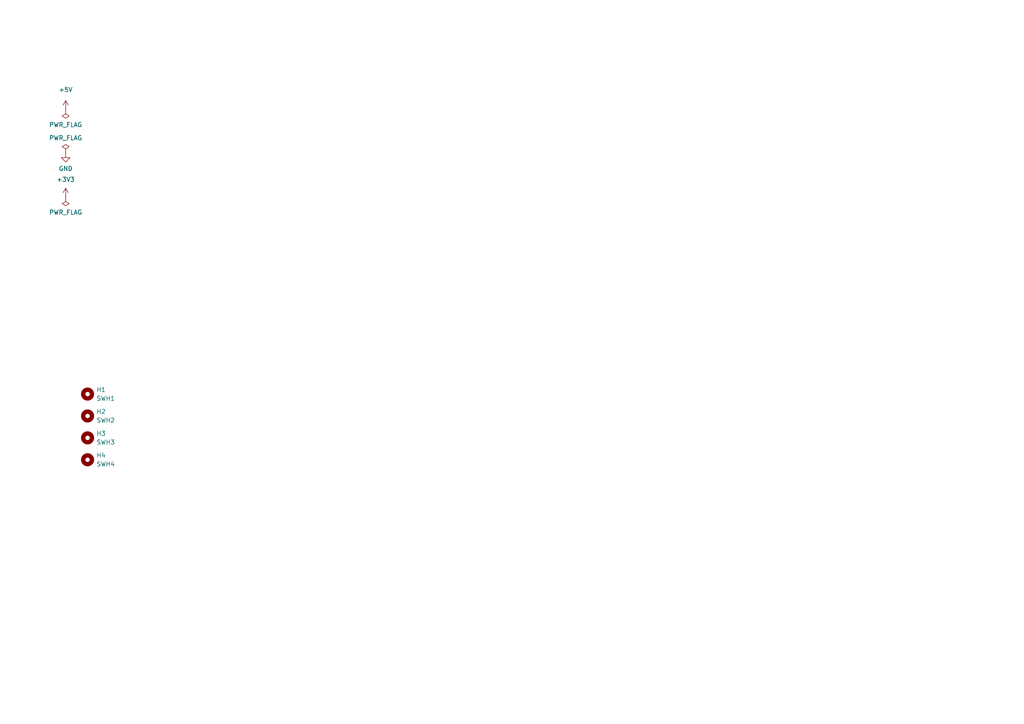
<source format=kicad_sch>
(kicad_sch (version 20230121) (generator eeschema)

  (uuid 3f47b4ba-1d86-4351-9afa-6c7686bc5104)

  (paper "A4")

  (title_block
    (title "Numatray plate")
    (date "2024-11-14")
    (rev "1.0.0")
  )

  (lib_symbols
    (symbol "Mechanical:MountingHole" (pin_names (offset 1.016)) (in_bom yes) (on_board yes)
      (property "Reference" "H" (at 0 5.08 0)
        (effects (font (size 1.27 1.27)))
      )
      (property "Value" "MountingHole" (at 0 3.175 0)
        (effects (font (size 1.27 1.27)))
      )
      (property "Footprint" "" (at 0 0 0)
        (effects (font (size 1.27 1.27)) hide)
      )
      (property "Datasheet" "~" (at 0 0 0)
        (effects (font (size 1.27 1.27)) hide)
      )
      (property "ki_keywords" "mounting hole" (at 0 0 0)
        (effects (font (size 1.27 1.27)) hide)
      )
      (property "ki_description" "Mounting Hole without connection" (at 0 0 0)
        (effects (font (size 1.27 1.27)) hide)
      )
      (property "ki_fp_filters" "MountingHole*" (at 0 0 0)
        (effects (font (size 1.27 1.27)) hide)
      )
      (symbol "MountingHole_0_1"
        (circle (center 0 0) (radius 1.27)
          (stroke (width 1.27) (type default))
          (fill (type none))
        )
      )
    )
    (symbol "power:+3V3" (power) (pin_names (offset 0)) (in_bom yes) (on_board yes)
      (property "Reference" "#PWR" (at 0 -3.81 0)
        (effects (font (size 1.27 1.27)) hide)
      )
      (property "Value" "+3V3" (at 0 3.556 0)
        (effects (font (size 1.27 1.27)))
      )
      (property "Footprint" "" (at 0 0 0)
        (effects (font (size 1.27 1.27)) hide)
      )
      (property "Datasheet" "" (at 0 0 0)
        (effects (font (size 1.27 1.27)) hide)
      )
      (property "ki_keywords" "global power" (at 0 0 0)
        (effects (font (size 1.27 1.27)) hide)
      )
      (property "ki_description" "Power symbol creates a global label with name \"+3V3\"" (at 0 0 0)
        (effects (font (size 1.27 1.27)) hide)
      )
      (symbol "+3V3_0_1"
        (polyline
          (pts
            (xy -0.762 1.27)
            (xy 0 2.54)
          )
          (stroke (width 0) (type default))
          (fill (type none))
        )
        (polyline
          (pts
            (xy 0 0)
            (xy 0 2.54)
          )
          (stroke (width 0) (type default))
          (fill (type none))
        )
        (polyline
          (pts
            (xy 0 2.54)
            (xy 0.762 1.27)
          )
          (stroke (width 0) (type default))
          (fill (type none))
        )
      )
      (symbol "+3V3_1_1"
        (pin power_in line (at 0 0 90) (length 0) hide
          (name "+3V3" (effects (font (size 1.27 1.27))))
          (number "1" (effects (font (size 1.27 1.27))))
        )
      )
    )
    (symbol "power:+5V" (power) (pin_names (offset 0)) (in_bom yes) (on_board yes)
      (property "Reference" "#PWR" (at 0 -3.81 0)
        (effects (font (size 1.27 1.27)) hide)
      )
      (property "Value" "+5V" (at 0 3.556 0)
        (effects (font (size 1.27 1.27)))
      )
      (property "Footprint" "" (at 0 0 0)
        (effects (font (size 1.27 1.27)) hide)
      )
      (property "Datasheet" "" (at 0 0 0)
        (effects (font (size 1.27 1.27)) hide)
      )
      (property "ki_keywords" "global power" (at 0 0 0)
        (effects (font (size 1.27 1.27)) hide)
      )
      (property "ki_description" "Power symbol creates a global label with name \"+5V\"" (at 0 0 0)
        (effects (font (size 1.27 1.27)) hide)
      )
      (symbol "+5V_0_1"
        (polyline
          (pts
            (xy -0.762 1.27)
            (xy 0 2.54)
          )
          (stroke (width 0) (type default))
          (fill (type none))
        )
        (polyline
          (pts
            (xy 0 0)
            (xy 0 2.54)
          )
          (stroke (width 0) (type default))
          (fill (type none))
        )
        (polyline
          (pts
            (xy 0 2.54)
            (xy 0.762 1.27)
          )
          (stroke (width 0) (type default))
          (fill (type none))
        )
      )
      (symbol "+5V_1_1"
        (pin power_in line (at 0 0 90) (length 0) hide
          (name "+5V" (effects (font (size 1.27 1.27))))
          (number "1" (effects (font (size 1.27 1.27))))
        )
      )
    )
    (symbol "power:GND" (power) (pin_names (offset 0)) (in_bom yes) (on_board yes)
      (property "Reference" "#PWR" (at 0 -6.35 0)
        (effects (font (size 1.27 1.27)) hide)
      )
      (property "Value" "GND" (at 0 -3.81 0)
        (effects (font (size 1.27 1.27)))
      )
      (property "Footprint" "" (at 0 0 0)
        (effects (font (size 1.27 1.27)) hide)
      )
      (property "Datasheet" "" (at 0 0 0)
        (effects (font (size 1.27 1.27)) hide)
      )
      (property "ki_keywords" "global power" (at 0 0 0)
        (effects (font (size 1.27 1.27)) hide)
      )
      (property "ki_description" "Power symbol creates a global label with name \"GND\" , ground" (at 0 0 0)
        (effects (font (size 1.27 1.27)) hide)
      )
      (symbol "GND_0_1"
        (polyline
          (pts
            (xy 0 0)
            (xy 0 -1.27)
            (xy 1.27 -1.27)
            (xy 0 -2.54)
            (xy -1.27 -1.27)
            (xy 0 -1.27)
          )
          (stroke (width 0) (type default))
          (fill (type none))
        )
      )
      (symbol "GND_1_1"
        (pin power_in line (at 0 0 270) (length 0) hide
          (name "GND" (effects (font (size 1.27 1.27))))
          (number "1" (effects (font (size 1.27 1.27))))
        )
      )
    )
    (symbol "power:PWR_FLAG" (power) (pin_numbers hide) (pin_names (offset 0) hide) (in_bom yes) (on_board yes)
      (property "Reference" "#FLG" (at 0 1.905 0)
        (effects (font (size 1.27 1.27)) hide)
      )
      (property "Value" "PWR_FLAG" (at 0 3.81 0)
        (effects (font (size 1.27 1.27)))
      )
      (property "Footprint" "" (at 0 0 0)
        (effects (font (size 1.27 1.27)) hide)
      )
      (property "Datasheet" "~" (at 0 0 0)
        (effects (font (size 1.27 1.27)) hide)
      )
      (property "ki_keywords" "flag power" (at 0 0 0)
        (effects (font (size 1.27 1.27)) hide)
      )
      (property "ki_description" "Special symbol for telling ERC where power comes from" (at 0 0 0)
        (effects (font (size 1.27 1.27)) hide)
      )
      (symbol "PWR_FLAG_0_0"
        (pin power_out line (at 0 0 90) (length 0)
          (name "pwr" (effects (font (size 1.27 1.27))))
          (number "1" (effects (font (size 1.27 1.27))))
        )
      )
      (symbol "PWR_FLAG_0_1"
        (polyline
          (pts
            (xy 0 0)
            (xy 0 1.27)
            (xy -1.016 1.905)
            (xy 0 2.54)
            (xy 1.016 1.905)
            (xy 0 1.27)
          )
          (stroke (width 0) (type default))
          (fill (type none))
        )
      )
    )
  )


  (symbol (lib_id "Mechanical:MountingHole") (at 25.4 120.65 0) (unit 1)
    (in_bom yes) (on_board yes) (dnp no) (fields_autoplaced)
    (uuid 07ffbbb4-1a98-4ecd-86b9-32ab00ab67d9)
    (property "Reference" "H2" (at 27.94 119.38 0)
      (effects (font (size 1.27 1.27)) (justify left))
    )
    (property "Value" "SWH2" (at 27.94 121.92 0)
      (effects (font (size 1.27 1.27)) (justify left))
    )
    (property "Footprint" "Marksard_Keyboard:SW_Hole_1_Round075" (at 25.4 120.65 0)
      (effects (font (size 1.27 1.27)) hide)
    )
    (property "Datasheet" "~" (at 25.4 120.65 0)
      (effects (font (size 1.27 1.27)) hide)
    )
    (instances
      (project "Numatray_plate"
        (path "/3f47b4ba-1d86-4351-9afa-6c7686bc5104"
          (reference "H2") (unit 1)
        )
      )
    )
  )

  (symbol (lib_id "Mechanical:MountingHole") (at 25.4 133.35 0) (unit 1)
    (in_bom yes) (on_board yes) (dnp no) (fields_autoplaced)
    (uuid 5c127ef1-2837-4a83-a633-46e8c0c1c907)
    (property "Reference" "H4" (at 27.94 132.08 0)
      (effects (font (size 1.27 1.27)) (justify left))
    )
    (property "Value" "SWH4" (at 27.94 134.62 0)
      (effects (font (size 1.27 1.27)) (justify left))
    )
    (property "Footprint" "Marksard_Keyboard:SW_Hole_1_Round075" (at 25.4 133.35 0)
      (effects (font (size 1.27 1.27)) hide)
    )
    (property "Datasheet" "~" (at 25.4 133.35 0)
      (effects (font (size 1.27 1.27)) hide)
    )
    (instances
      (project "Numatray_plate"
        (path "/3f47b4ba-1d86-4351-9afa-6c7686bc5104"
          (reference "H4") (unit 1)
        )
      )
    )
  )

  (symbol (lib_id "power:GND") (at 19.05 44.45 0) (unit 1)
    (in_bom yes) (on_board yes) (dnp no) (fields_autoplaced)
    (uuid 7dbc5d5a-7ddd-4fde-b4b3-e3729be5dfbf)
    (property "Reference" "#PWR0104" (at 19.05 50.8 0)
      (effects (font (size 1.27 1.27)) hide)
    )
    (property "Value" "GND" (at 19.05 48.895 0)
      (effects (font (size 1.27 1.27)))
    )
    (property "Footprint" "" (at 19.05 44.45 0)
      (effects (font (size 1.27 1.27)) hide)
    )
    (property "Datasheet" "" (at 19.05 44.45 0)
      (effects (font (size 1.27 1.27)) hide)
    )
    (pin "1" (uuid 8eabaaef-109b-4288-922b-7d940e21bff3))
    (instances
      (project "Numatray_plate"
        (path "/3f47b4ba-1d86-4351-9afa-6c7686bc5104"
          (reference "#PWR0104") (unit 1)
        )
      )
    )
  )

  (symbol (lib_id "power:+5V") (at 19.05 31.75 0) (unit 1)
    (in_bom yes) (on_board yes) (dnp no) (fields_autoplaced)
    (uuid 86050f20-59b3-4ed8-8138-2c92020bc0aa)
    (property "Reference" "#PWR0105" (at 19.05 35.56 0)
      (effects (font (size 1.27 1.27)) hide)
    )
    (property "Value" "+5V" (at 19.05 26.035 0)
      (effects (font (size 1.27 1.27)))
    )
    (property "Footprint" "" (at 19.05 31.75 0)
      (effects (font (size 1.27 1.27)) hide)
    )
    (property "Datasheet" "" (at 19.05 31.75 0)
      (effects (font (size 1.27 1.27)) hide)
    )
    (pin "1" (uuid 71faeec8-cb2b-42a5-8806-12e847d3ae69))
    (instances
      (project "Numatray_plate"
        (path "/3f47b4ba-1d86-4351-9afa-6c7686bc5104"
          (reference "#PWR0105") (unit 1)
        )
      )
    )
  )

  (symbol (lib_id "power:PWR_FLAG") (at 19.05 44.45 0) (unit 1)
    (in_bom yes) (on_board yes) (dnp no)
    (uuid a11406f9-a529-4996-83f9-1bad716ac2fc)
    (property "Reference" "#FLG0101" (at 19.05 42.545 0)
      (effects (font (size 1.27 1.27)) hide)
    )
    (property "Value" "PWR_FLAG" (at 19.05 40.005 0)
      (effects (font (size 1.27 1.27)))
    )
    (property "Footprint" "" (at 19.05 44.45 0)
      (effects (font (size 1.27 1.27)) hide)
    )
    (property "Datasheet" "~" (at 19.05 44.45 0)
      (effects (font (size 1.27 1.27)) hide)
    )
    (pin "1" (uuid 5585d282-7d21-4bf4-a009-7c6a0b0df9d9))
    (instances
      (project "Numatray_plate"
        (path "/3f47b4ba-1d86-4351-9afa-6c7686bc5104"
          (reference "#FLG0101") (unit 1)
        )
      )
    )
  )

  (symbol (lib_id "Mechanical:MountingHole") (at 25.4 127 0) (unit 1)
    (in_bom yes) (on_board yes) (dnp no) (fields_autoplaced)
    (uuid b047d844-b5c3-4c45-adc6-a5f3f3426b8c)
    (property "Reference" "H3" (at 27.94 125.73 0)
      (effects (font (size 1.27 1.27)) (justify left))
    )
    (property "Value" "SWH3" (at 27.94 128.27 0)
      (effects (font (size 1.27 1.27)) (justify left))
    )
    (property "Footprint" "Marksard_Keyboard:SW_Hole_1_Round075" (at 25.4 127 0)
      (effects (font (size 1.27 1.27)) hide)
    )
    (property "Datasheet" "~" (at 25.4 127 0)
      (effects (font (size 1.27 1.27)) hide)
    )
    (instances
      (project "Numatray_plate"
        (path "/3f47b4ba-1d86-4351-9afa-6c7686bc5104"
          (reference "H3") (unit 1)
        )
      )
    )
  )

  (symbol (lib_id "Mechanical:MountingHole") (at 25.4 114.3 0) (unit 1)
    (in_bom yes) (on_board yes) (dnp no) (fields_autoplaced)
    (uuid b8f96477-71a9-49ef-ab85-ec6cf602f9e5)
    (property "Reference" "H1" (at 27.94 113.03 0)
      (effects (font (size 1.27 1.27)) (justify left))
    )
    (property "Value" "SWH1" (at 27.94 115.57 0)
      (effects (font (size 1.27 1.27)) (justify left))
    )
    (property "Footprint" "Marksard_Keyboard:SW_Hole_1_Round075" (at 25.4 114.3 0)
      (effects (font (size 1.27 1.27)) hide)
    )
    (property "Datasheet" "~" (at 25.4 114.3 0)
      (effects (font (size 1.27 1.27)) hide)
    )
    (instances
      (project "Numatray_plate"
        (path "/3f47b4ba-1d86-4351-9afa-6c7686bc5104"
          (reference "H1") (unit 1)
        )
      )
    )
  )

  (symbol (lib_id "power:PWR_FLAG") (at 19.05 57.15 180) (unit 1)
    (in_bom yes) (on_board yes) (dnp no) (fields_autoplaced)
    (uuid cddf9ed0-2eed-44b8-b561-2d118316353c)
    (property "Reference" "#FLG0102" (at 19.05 59.055 0)
      (effects (font (size 1.27 1.27)) hide)
    )
    (property "Value" "PWR_FLAG" (at 19.05 61.595 0)
      (effects (font (size 1.27 1.27)))
    )
    (property "Footprint" "" (at 19.05 57.15 0)
      (effects (font (size 1.27 1.27)) hide)
    )
    (property "Datasheet" "~" (at 19.05 57.15 0)
      (effects (font (size 1.27 1.27)) hide)
    )
    (pin "1" (uuid c586ec17-ed05-4ffc-8aee-6a8592cb6599))
    (instances
      (project "Numatray_plate"
        (path "/3f47b4ba-1d86-4351-9afa-6c7686bc5104"
          (reference "#FLG0102") (unit 1)
        )
      )
    )
  )

  (symbol (lib_id "power:+3V3") (at 19.05 57.15 0) (unit 1)
    (in_bom yes) (on_board yes) (dnp no) (fields_autoplaced)
    (uuid d097249a-b0a7-457d-b9e2-eeb04d12e18a)
    (property "Reference" "#PWR0106" (at 19.05 60.96 0)
      (effects (font (size 1.27 1.27)) hide)
    )
    (property "Value" "+3V3" (at 19.05 52.07 0)
      (effects (font (size 1.27 1.27)))
    )
    (property "Footprint" "" (at 19.05 57.15 0)
      (effects (font (size 1.27 1.27)) hide)
    )
    (property "Datasheet" "" (at 19.05 57.15 0)
      (effects (font (size 1.27 1.27)) hide)
    )
    (pin "1" (uuid c9a20407-32b1-4fdc-b71c-b41f91e7777b))
    (instances
      (project "Numatray_plate"
        (path "/3f47b4ba-1d86-4351-9afa-6c7686bc5104"
          (reference "#PWR0106") (unit 1)
        )
      )
    )
  )

  (symbol (lib_id "power:PWR_FLAG") (at 19.05 31.75 180) (unit 1)
    (in_bom yes) (on_board yes) (dnp no) (fields_autoplaced)
    (uuid f1f9f924-8f58-4861-ab9c-0321134d6ee5)
    (property "Reference" "#FLG0103" (at 19.05 33.655 0)
      (effects (font (size 1.27 1.27)) hide)
    )
    (property "Value" "PWR_FLAG" (at 19.05 36.195 0)
      (effects (font (size 1.27 1.27)))
    )
    (property "Footprint" "" (at 19.05 31.75 0)
      (effects (font (size 1.27 1.27)) hide)
    )
    (property "Datasheet" "~" (at 19.05 31.75 0)
      (effects (font (size 1.27 1.27)) hide)
    )
    (pin "1" (uuid 3e825ad9-a5ad-414e-8eb3-864dcbdf6111))
    (instances
      (project "Numatray_plate"
        (path "/3f47b4ba-1d86-4351-9afa-6c7686bc5104"
          (reference "#FLG0103") (unit 1)
        )
      )
    )
  )

  (sheet_instances
    (path "/" (page "1"))
  )
)

</source>
